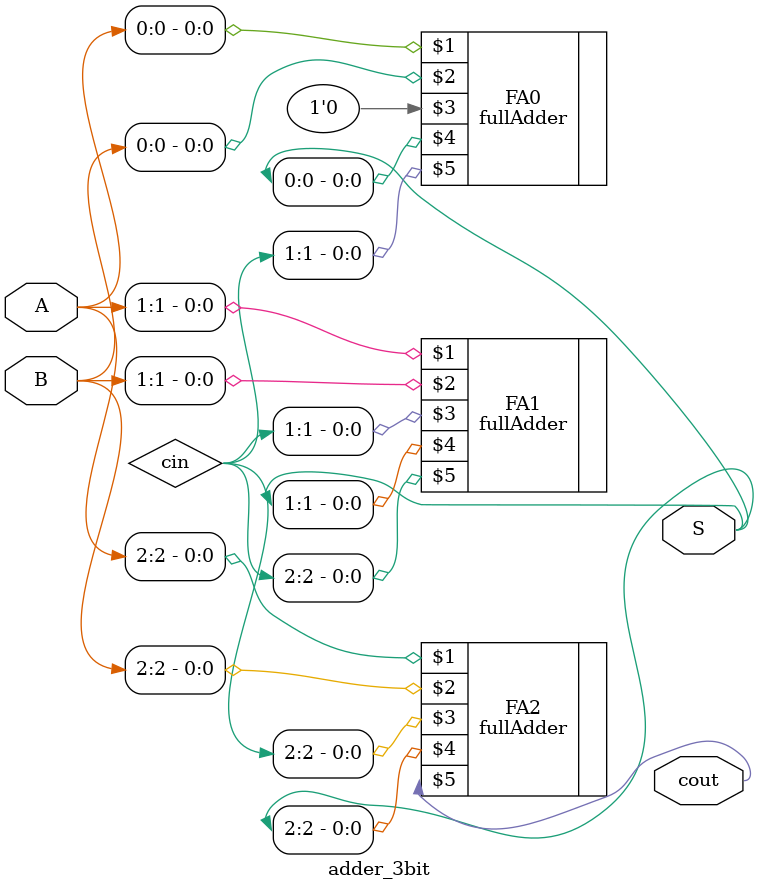
<source format=v>
/*--  *******************************************************
--  Computer Architecture Course, Laboratory Sources 
--  Amirkabir University of Technology (Tehran Polytechnic)
--  Department of Computer Engineering (CE-AUT)
--  https://ce[dot]aut[dot]ac[dot]ir
--  *******************************************************
--  All Rights reserved (C) 2020-2021
--  *******************************************************
--  Student ID  : 9833016              9839039
--  Student Name: Amirhossein Poolad & Samin Mahdipour
--  Student Mail: 
--  *******************************************************
--  Additional Comments:
--
--*/

/*-----------------------------------------------------------
---  Module Name: 3 Bit Adder
---  Description:
-----------------------------------------------------------*/
`timescale 1 ns/1 ns
module adder_3bit(A,B,S,cout);

input [2:0] A;
input [2:0] B;
output [2:0] S;
output cout;
wire [2:1] cin;

	fullAdder FA0(A[0],B[0],1'b0,S[0],cin[1]);
	fullAdder FA1(A[1],B[1],cin[1],S[1],cin[2]);
	fullAdder FA2(A[2],B[2],cin[2],S[2],cout);

endmodule
</source>
